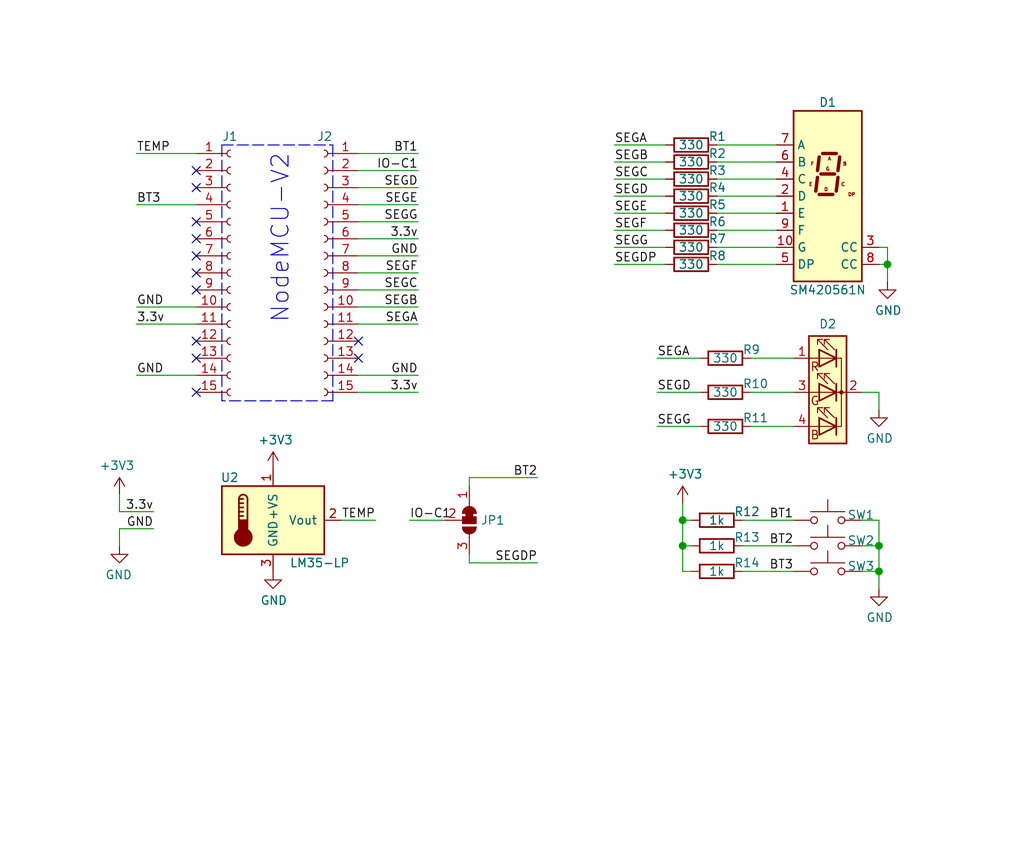
<source format=kicad_sch>
(kicad_sch (version 20210126) (generator eeschema)
  (paper "User" 152.4 127)
  (title_block (title "E707 Basic NodeMCU Shield") (date "2021-03-17") (rev "1.1T") (company "Electro707") (comment 1 "Jamal Bouajjaj"))
  (lib_symbols
    (symbol "Connector:Conn_01x15_Female" (pin_names (offset 1.016) hide)
      (property "Reference" "J" (at 0 20.32 0))
      (property "Value" "Conn_01x15_Female" (at 0 -20.32 0))
      (symbol "Conn_01x15_Female_1_1"
        (arc (start 0 -17.272) (end 0 -18.288) (radius (at 0 -17.78) (length 0.508) (angles 90.1 -90.1)) (stroke (width 0.1524)))
        (arc (start 0 -14.732) (end 0 -15.748) (radius (at 0 -15.24) (length 0.508) (angles 90.1 -90.1)) (stroke (width 0.1524)))
        (arc (start 0 -12.192) (end 0 -13.208) (radius (at 0 -12.7) (length 0.508) (angles 90.1 -90.1)) (stroke (width 0.1524)))
        (arc (start 0 -9.652) (end 0 -10.668) (radius (at 0 -10.16) (length 0.508) (angles 90.1 -90.1)) (stroke (width 0.1524)))
        (arc (start 0 -7.112) (end 0 -8.128) (radius (at 0 -7.62) (length 0.508) (angles 90.1 -90.1)) (stroke (width 0.1524)))
        (arc (start 0 -4.572) (end 0 -5.588) (radius (at 0 -5.08) (length 0.508) (angles 90.1 -90.1)) (stroke (width 0.1524)))
        (arc (start 0 -2.032) (end 0 -3.048) (radius (at 0 -2.54) (length 0.508) (angles 90.1 -90.1)) (stroke (width 0.1524)))
        (arc (start 0 0.508) (end 0 -0.508) (radius (at 0 0) (length 0.508) (angles 90.1 -90.1)) (stroke (width 0.1524)))
        (arc (start 0 3.048) (end 0 2.032) (radius (at 0 2.54) (length 0.508) (angles 90.1 -90.1)) (stroke (width 0.1524)))
        (arc (start 0 5.588) (end 0 4.572) (radius (at 0 5.08) (length 0.508) (angles 90.1 -90.1)) (stroke (width 0.1524)))
        (arc (start 0 8.128) (end 0 7.112) (radius (at 0 7.62) (length 0.508) (angles 90.1 -90.1)) (stroke (width 0.1524)))
        (arc (start 0 10.668) (end 0 9.652) (radius (at 0 10.16) (length 0.508) (angles 90.1 -90.1)) (stroke (width 0.1524)))
        (arc (start 0 13.208) (end 0 12.192) (radius (at 0 12.7) (length 0.508) (angles 90.1 -90.1)) (stroke (width 0.1524)))
        (arc (start 0 15.748) (end 0 14.732) (radius (at 0 15.24) (length 0.508) (angles 90.1 -90.1)) (stroke (width 0.1524)))
        (arc (start 0 18.288) (end 0 17.272) (radius (at 0 17.78) (length 0.508) (angles 90.1 -90.1)) (stroke (width 0.1524)))
        (polyline (pts (xy -1.27 -17.78) (xy -0.508 -17.78)) (stroke (width 0.1524)))
        (polyline (pts (xy -1.27 -15.24) (xy -0.508 -15.24)) (stroke (width 0.1524)))
        (polyline (pts (xy -1.27 -12.7) (xy -0.508 -12.7)) (stroke (width 0.1524)))
        (polyline (pts (xy -1.27 -10.16) (xy -0.508 -10.16)) (stroke (width 0.1524)))
        (polyline (pts (xy -1.27 -7.62) (xy -0.508 -7.62)) (stroke (width 0.1524)))
        (polyline (pts (xy -1.27 -5.08) (xy -0.508 -5.08)) (stroke (width 0.1524)))
        (polyline (pts (xy -1.27 -2.54) (xy -0.508 -2.54)) (stroke (width 0.1524)))
        (polyline (pts (xy -1.27 0) (xy -0.508 0)) (stroke (width 0.1524)))
        (polyline (pts (xy -1.27 2.54) (xy -0.508 2.54)) (stroke (width 0.1524)))
        (polyline (pts (xy -1.27 5.08) (xy -0.508 5.08)) (stroke (width 0.1524)))
        (polyline (pts (xy -1.27 7.62) (xy -0.508 7.62)) (stroke (width 0.1524)))
        (polyline (pts (xy -1.27 10.16) (xy -0.508 10.16)) (stroke (width 0.1524)))
        (polyline (pts (xy -1.27 12.7) (xy -0.508 12.7)) (stroke (width 0.1524)))
        (polyline (pts (xy -1.27 15.24) (xy -0.508 15.24)) (stroke (width 0.1524)))
        (polyline (pts (xy -1.27 17.78) (xy -0.508 17.78)) (stroke (width 0.1524)))
        (pin passive line (at -5.08 17.78 0) (length 3.81) (name "Pin_1") (number "1"))
        (pin passive line (at -5.08 -5.08 0) (length 3.81) (name "Pin_10") (number "10"))
        (pin passive line (at -5.08 -7.62 0) (length 3.81) (name "Pin_11") (number "11"))
        (pin passive line (at -5.08 -10.16 0) (length 3.81) (name "Pin_12") (number "12"))
        (pin passive line (at -5.08 -12.7 0) (length 3.81) (name "Pin_13") (number "13"))
        (pin passive line (at -5.08 -15.24 0) (length 3.81) (name "Pin_14") (number "14"))
        (pin passive line (at -5.08 -17.78 0) (length 3.81) (name "Pin_15") (number "15"))
        (pin passive line (at -5.08 15.24 0) (length 3.81) (name "Pin_2") (number "2"))
        (pin passive line (at -5.08 12.7 0) (length 3.81) (name "Pin_3") (number "3"))
        (pin passive line (at -5.08 10.16 0) (length 3.81) (name "Pin_4") (number "4"))
        (pin passive line (at -5.08 7.62 0) (length 3.81) (name "Pin_5") (number "5"))
        (pin passive line (at -5.08 5.08 0) (length 3.81) (name "Pin_6") (number "6"))
        (pin passive line (at -5.08 2.54 0) (length 3.81) (name "Pin_7") (number "7"))
        (pin passive line (at -5.08 0 0) (length 3.81) (name "Pin_8") (number "8"))
        (pin passive line (at -5.08 -2.54 0) (length 3.81) (name "Pin_9") (number "9"))
      )
    )
    (symbol "Device:LED_RKGB" (pin_names (offset 0) hide)
      (property "Reference" "D" (at 0 9.398 0))
      (property "Value" "LED_RKGB" (at 0 -8.89 0))
      (symbol "LED_RKGB_0_0"
        (text "B" (at 1.905 -6.35 0) (effects (font (size 1.27 1.27))))
        (text "G" (at 1.905 -1.27 0) (effects (font (size 1.27 1.27))))
        (text "R" (at 1.905 3.81 0) (effects (font (size 1.27 1.27))))
      )
      (symbol "LED_RKGB_0_1"
        (circle (center -2.032 0) (radius 0.254) (fill (type outline)))
        (rectangle (start 1.27 -1.27) (end 1.27 1.27))
        (rectangle (start 1.27 1.27) (end 1.27 1.27))
        (rectangle (start 1.27 3.81) (end 1.27 6.35))
        (rectangle (start 1.27 6.35) (end 1.27 6.35))
        (rectangle (start 2.794 8.382) (end -2.794 -7.62) (stroke (width 0.254)) (fill (type background)))
        (polyline (pts (xy -1.27 -5.08) (xy 1.27 -5.08)))
        (polyline (pts (xy -1.27 -3.81) (xy -1.27 -6.35)) (stroke (width 0.254)))
        (polyline (pts (xy -1.27 0) (xy -2.54 0)))
        (polyline (pts (xy -1.27 1.27) (xy -1.27 -1.27)) (stroke (width 0.254)))
        (polyline (pts (xy -1.27 5.08) (xy 1.27 5.08)))
        (polyline (pts (xy -1.27 6.35) (xy -1.27 3.81)) (stroke (width 0.254)))
        (polyline (pts (xy 1.27 -5.08) (xy 2.54 -5.08)))
        (polyline (pts (xy 1.27 0) (xy -1.27 0)))
        (polyline (pts (xy 1.27 0) (xy 2.54 0)))
        (polyline (pts (xy 1.27 5.08) (xy 2.54 5.08)))
        (polyline (pts (xy -1.27 1.27) (xy -1.27 -1.27) (xy -1.27 -1.27)))
        (polyline (pts (xy -1.27 6.35) (xy -1.27 3.81) (xy -1.27 3.81)))
        (polyline (pts (xy -1.27 5.08) (xy -2.032 5.08) (xy -2.032 -5.08) (xy -1.016 -5.08)))
        (polyline (pts (xy 1.27 -3.81) (xy 1.27 -6.35) (xy -1.27 -5.08) (xy 1.27 -3.81)) (stroke (width 0.254)))
        (polyline (pts (xy 1.27 1.27) (xy 1.27 -1.27) (xy -1.27 0) (xy 1.27 1.27)) (stroke (width 0.254)))
        (polyline (pts (xy 1.27 6.35) (xy 1.27 3.81) (xy -1.27 5.08) (xy 1.27 6.35)) (stroke (width 0.254)))
        (polyline (pts (xy -1.016 -3.81) (xy 0.508 -2.286) (xy -0.254 -2.286) (xy 0.508 -2.286) (xy 0.508 -3.048)))
        (polyline (pts (xy -1.016 1.27) (xy 0.508 2.794) (xy -0.254 2.794) (xy 0.508 2.794) (xy 0.508 2.032)))
        (polyline (pts (xy -1.016 6.35) (xy 0.508 7.874) (xy -0.254 7.874) (xy 0.508 7.874) (xy 0.508 7.112)))
        (polyline (pts (xy 0 -3.81) (xy 1.524 -2.286) (xy 0.762 -2.286) (xy 1.524 -2.286) (xy 1.524 -3.048)))
        (polyline (pts (xy 0 1.27) (xy 1.524 2.794) (xy 0.762 2.794) (xy 1.524 2.794) (xy 1.524 2.032)))
        (polyline (pts (xy 0 6.35) (xy 1.524 7.874) (xy 0.762 7.874) (xy 1.524 7.874) (xy 1.524 7.112)))
      )
      (symbol "LED_RKGB_1_1"
        (pin passive line (at 5.08 5.08 180) (length 2.54) (name "RA") (number "1"))
        (pin passive line (at -5.08 0 0) (length 2.54) (name "K") (number "2"))
        (pin passive line (at 5.08 0 180) (length 2.54) (name "GA") (number "3"))
        (pin passive line (at 5.08 -5.08 180) (length 2.54) (name "BA") (number "4"))
      )
    )
    (symbol "Device:R" (pin_numbers hide) (pin_names (offset 0))
      (property "Reference" "R" (at 2.032 0 90))
      (property "Value" "R" (at 0 0 90))
      (symbol "R_0_1"
        (rectangle (start -1.016 -2.54) (end 1.016 2.54) (stroke (width 0.254)))
      )
      (symbol "R_1_1"
        (pin passive line (at 0 3.81 270) (length 1.27) (name "~") (number "1"))
        (pin passive line (at 0 -3.81 90) (length 1.27) (name "~") (number "2"))
      )
    )
    (symbol "Display_Character:SM420561N"
      (property "Reference" "U" (at -2.54 13.97 0))
      (property "Value" "SM420561N" (at 1.27 13.97 0))
      (symbol "SM420561N_0_0"
        (text "A" (at 0.254 5.588 0) (effects (font (size 0.508 0.508))))
        (text "B" (at 2.54 4.826 0) (effects (font (size 0.508 0.508))))
        (text "C" (at 2.286 1.778 0) (effects (font (size 0.508 0.508))))
        (text "D" (at -0.254 1.016 0) (effects (font (size 0.508 0.508))))
        (text "DP" (at 3.556 0.254 0) (effects (font (size 0.508 0.508))))
        (text "E" (at -2.54 1.778 0) (effects (font (size 0.508 0.508))))
        (text "F" (at -2.286 4.826 0) (effects (font (size 0.508 0.508))))
        (text "G" (at 0 4.064 0) (effects (font (size 0.508 0.508))))
      )
      (symbol "SM420561N_0_1"
        (rectangle (start -5.08 12.7) (end 5.08 -12.7) (stroke (width 0.254)) (fill (type background)))
        (polyline (pts (xy -1.524 2.794) (xy -1.778 0.762)) (stroke (width 0.508)))
        (polyline (pts (xy -1.27 0.254) (xy 0.762 0.254)) (stroke (width 0.508)))
        (polyline (pts (xy -1.27 5.842) (xy -1.524 3.81)) (stroke (width 0.508)))
        (polyline (pts (xy -1.016 3.302) (xy 1.016 3.302)) (stroke (width 0.508)))
        (polyline (pts (xy -0.762 6.35) (xy 1.27 6.35)) (stroke (width 0.508)))
        (polyline (pts (xy 1.524 2.794) (xy 1.27 0.762)) (stroke (width 0.508)))
        (polyline (pts (xy 1.778 5.842) (xy 1.524 3.81)) (stroke (width 0.508)))
        (polyline (pts (xy 2.54 0.254) (xy 2.54 0.254)) (stroke (width 0.508)))
      )
      (symbol "SM420561N_1_1"
        (pin input line (at -7.62 -2.54 0) (length 2.54) (name "E") (number "1"))
        (pin input line (at -7.62 -7.62 0) (length 2.54) (name "G") (number "10"))
        (pin input line (at -7.62 0 0) (length 2.54) (name "D") (number "2"))
        (pin input line (at 7.62 -7.62 180) (length 2.54) (name "CC") (number "3"))
        (pin input line (at -7.62 2.54 0) (length 2.54) (name "C") (number "4"))
        (pin input line (at -7.62 -10.16 0) (length 2.54) (name "DP") (number "5"))
        (pin input line (at -7.62 5.08 0) (length 2.54) (name "B") (number "6"))
        (pin input line (at -7.62 7.62 0) (length 2.54) (name "A") (number "7"))
        (pin input line (at 7.62 -10.16 180) (length 2.54) (name "CC") (number "8"))
        (pin input line (at -7.62 -5.08 0) (length 2.54) (name "F") (number "9"))
      )
    )
    (symbol "Jumper:SolderJumper_3_Bridged12" (pin_names (offset 0) hide)
      (property "Reference" "JP" (at -2.54 -2.54 0))
      (property "Value" "SolderJumper_3_Bridged12" (at 0 2.794 0))
      (symbol "SolderJumper_3_Bridged12_0_1"
        (arc (start -1.016 1.016) (end -1.016 -1.016) (radius (at -1.016 0) (length 1.016) (angles 90.1 -90.1)))
        (arc (start 1.016 -1.016) (end 1.016 1.016) (radius (at 1.016 0) (length 1.016) (angles -89.9 89.9)))
        (arc (start -1.016 1.016) (end -1.016 -1.016) (radius (at -1.016 0) (length 1.016) (angles 90.1 -90.1)) (fill (type outline)))
        (arc (start 1.016 -1.016) (end 1.016 1.016) (radius (at 1.016 0) (length 1.016) (angles -89.9 89.9)) (fill (type outline)))
        (rectangle (start -1.016 0.508) (end -0.508 -0.508) (fill (type outline)))
        (rectangle (start -0.508 1.016) (end 0.508 -1.016) (fill (type outline)))
        (polyline (pts (xy -2.54 0) (xy -2.032 0)))
        (polyline (pts (xy -1.016 1.016) (xy -1.016 -1.016)))
        (polyline (pts (xy 0 -1.27) (xy 0 -1.016)))
        (polyline (pts (xy 1.016 1.016) (xy 1.016 -1.016)))
        (polyline (pts (xy 2.54 0) (xy 2.032 0)))
      )
      (symbol "SolderJumper_3_Bridged12_1_1"
        (pin passive line (at -5.08 0 0) (length 2.54) (name "A") (number "1"))
        (pin input line (at 0 -3.81 90) (length 2.54) (name "C") (number "2"))
        (pin passive line (at 5.08 0 180) (length 2.54) (name "B") (number "3"))
      )
    )
    (symbol "Sensor_Temperature:LM35-LP" (pin_names (offset 1.016))
      (property "Reference" "U" (at -6.35 6.35 0))
      (property "Value" "LM35-LP" (at 1.27 6.35 0))
      (symbol "LM35-LP_0_1"
        (arc (start -3.81 3.175) (end -5.08 3.175) (radius (at -4.445 3.175) (length 0.635) (angles 0.1 179.9)) (stroke (width 0.254)))
        (circle (center -4.445 -2.54) (radius 1.27) (stroke (width 0.254)) (fill (type outline)))
        (rectangle (start -3.81 -1.905) (end -5.08 0) (stroke (width 0.254)) (fill (type outline)))
        (rectangle (start -7.62 5.08) (end 7.62 -5.08) (stroke (width 0.254)) (fill (type background)))
        (polyline (pts (xy -5.08 0.635) (xy -4.445 0.635)) (stroke (width 0.254)))
        (polyline (pts (xy -5.08 1.27) (xy -4.445 1.27)) (stroke (width 0.254)))
        (polyline (pts (xy -5.08 1.905) (xy -4.445 1.905)) (stroke (width 0.254)))
        (polyline (pts (xy -5.08 2.54) (xy -4.445 2.54)) (stroke (width 0.254)))
        (polyline (pts (xy -5.08 3.175) (xy -5.08 0)) (stroke (width 0.254)))
        (polyline (pts (xy -5.08 3.175) (xy -4.445 3.175)) (stroke (width 0.254)))
        (polyline (pts (xy -3.81 3.175) (xy -3.81 0)) (stroke (width 0.254)))
      )
      (symbol "LM35-LP_1_1"
        (pin power_in line (at 0 7.62 270) (length 2.54) (name "+VS") (number "1"))
        (pin output line (at 10.16 0 180) (length 2.54) (name "Vout") (number "2"))
        (pin power_in line (at 0 -7.62 90) (length 2.54) (name "GND") (number "3"))
      )
    )
    (symbol "Switch:SW_Push" (pin_numbers hide) (pin_names (offset 1.016) hide)
      (property "Reference" "SW" (at 1.27 2.54 0))
      (property "Value" "SW_Push" (at 0 -1.524 0))
      (symbol "SW_Push_0_1"
        (circle (center -2.032 0) (radius 0.508))
        (circle (center 2.032 0) (radius 0.508))
        (polyline (pts (xy 0 1.27) (xy 0 3.048)))
        (polyline (pts (xy 2.54 1.27) (xy -2.54 1.27)))
        (pin passive line (at -5.08 0 0) (length 2.54) (name "1") (number "1"))
        (pin passive line (at 5.08 0 180) (length 2.54) (name "2") (number "2"))
      )
    )
    (symbol "power:+3.3V" (power) (pin_names (offset 0))
      (property "Value" "+3.3V" (at 0 3.556 0))
      (symbol "+3.3V_0_1"
        (polyline (pts (xy -0.762 1.27) (xy 0 2.54)))
        (polyline (pts (xy 0 0) (xy 0 2.54)))
        (polyline (pts (xy 0 2.54) (xy 0.762 1.27)))
      )
      (symbol "+3.3V_1_1"
        (pin power_in line (at 0 0 90) (length 0) hide (name "+3V3") (number "1"))
      )
    )
    (symbol "power:GND" (power) (pin_names (offset 0))
      (property "Value" "GND" (at 0 -3.81 0))
      (symbol "GND_0_1"
        (polyline (pts (xy 0 0) (xy 0 -1.27) (xy 1.27 -1.27) (xy 0 -2.54) (xy -1.27 -1.27) (xy 0 -1.27)))
      )
      (symbol "GND_1_1"
        (pin power_in line (at 0 0 270) (length 0) hide (name "GND") (number "1"))
      )
    )
  )
  (junction (at 101.6 77.47) (diameter 1.016))
  (junction (at 101.6 81.28) (diameter 1.016))
  (junction (at 130.81 81.28) (diameter 1.016))
  (junction (at 130.81 85.09) (diameter 1.016))
  (junction (at 132.08 39.37) (diameter 1.016))
  (no_connect (at 29.21 25.4))
  (no_connect (at 29.21 27.94))
  (no_connect (at 29.21 33.02))
  (no_connect (at 29.21 35.56))
  (no_connect (at 29.21 38.1))
  (no_connect (at 29.21 40.64))
  (no_connect (at 29.21 43.18))
  (no_connect (at 29.21 50.8))
  (no_connect (at 29.21 53.34))
  (no_connect (at 29.21 58.42))
  (no_connect (at 53.34 50.8))
  (no_connect (at 53.34 53.34))
  (wire (pts (xy 17.78 76.2) (xy 17.78 73.66)))
  (wire (pts (xy 17.78 78.74) (xy 17.78 81.28)))
  (wire (pts (xy 20.32 22.86) (xy 29.21 22.86)))
  (wire (pts (xy 20.32 30.48) (xy 29.21 30.48)))
  (wire (pts (xy 20.32 45.72) (xy 29.21 45.72)))
  (wire (pts (xy 20.32 48.26) (xy 29.21 48.26)))
  (wire (pts (xy 20.32 55.88) (xy 29.21 55.88)))
  (wire (pts (xy 22.86 76.2) (xy 17.78 76.2)))
  (wire (pts (xy 22.86 78.74) (xy 17.78 78.74)))
  (wire (pts (xy 50.8 77.47) (xy 55.88 77.47)))
  (wire (pts (xy 60.96 77.47) (xy 66.04 77.47)))
  (wire (pts (xy 62.23 22.86) (xy 53.34 22.86)))
  (wire (pts (xy 62.23 25.4) (xy 53.34 25.4)))
  (wire (pts (xy 62.23 27.94) (xy 53.34 27.94)))
  (wire (pts (xy 62.23 30.48) (xy 53.34 30.48)))
  (wire (pts (xy 62.23 33.02) (xy 53.34 33.02)))
  (wire (pts (xy 62.23 35.56) (xy 53.34 35.56)))
  (wire (pts (xy 62.23 38.1) (xy 53.34 38.1)))
  (wire (pts (xy 62.23 40.64) (xy 53.34 40.64)))
  (wire (pts (xy 62.23 43.18) (xy 53.34 43.18)))
  (wire (pts (xy 62.23 45.72) (xy 53.34 45.72)))
  (wire (pts (xy 62.23 48.26) (xy 53.34 48.26)))
  (wire (pts (xy 62.23 55.88) (xy 53.34 55.88)))
  (wire (pts (xy 62.23 58.42) (xy 53.34 58.42)))
  (wire (pts (xy 69.85 71.12) (xy 69.85 72.39)))
  (wire (pts (xy 69.85 83.82) (xy 69.85 82.55)))
  (wire (pts (xy 69.85 83.82) (xy 80.01 83.82)))
  (wire (pts (xy 80.01 71.12) (xy 69.85 71.12)))
  (wire (pts (xy 91.44 21.59) (xy 99.06 21.59)))
  (wire (pts (xy 91.44 24.13) (xy 99.06 24.13)))
  (wire (pts (xy 91.44 26.67) (xy 99.06 26.67)))
  (wire (pts (xy 91.44 29.21) (xy 99.06 29.21)))
  (wire (pts (xy 91.44 31.75) (xy 99.06 31.75)))
  (wire (pts (xy 91.44 34.29) (xy 99.06 34.29)))
  (wire (pts (xy 91.44 36.83) (xy 99.06 36.83)))
  (wire (pts (xy 91.44 39.37) (xy 99.06 39.37)))
  (wire (pts (xy 97.79 53.34) (xy 104.14 53.34)))
  (wire (pts (xy 97.79 58.42) (xy 104.14 58.42)))
  (wire (pts (xy 97.79 63.5) (xy 104.14 63.5)))
  (wire (pts (xy 101.6 74.93) (xy 101.6 77.47)))
  (wire (pts (xy 101.6 77.47) (xy 101.6 81.28)))
  (wire (pts (xy 101.6 77.47) (xy 102.87 77.47)))
  (wire (pts (xy 101.6 81.28) (xy 101.6 85.09)))
  (wire (pts (xy 101.6 81.28) (xy 102.87 81.28)))
  (wire (pts (xy 101.6 85.09) (xy 102.87 85.09)))
  (wire (pts (xy 106.68 21.59) (xy 115.57 21.59)))
  (wire (pts (xy 106.68 24.13) (xy 115.57 24.13)))
  (wire (pts (xy 106.68 26.67) (xy 115.57 26.67)))
  (wire (pts (xy 106.68 29.21) (xy 115.57 29.21)))
  (wire (pts (xy 106.68 31.75) (xy 115.57 31.75)))
  (wire (pts (xy 106.68 34.29) (xy 115.57 34.29)))
  (wire (pts (xy 106.68 36.83) (xy 115.57 36.83)))
  (wire (pts (xy 106.68 39.37) (xy 115.57 39.37)))
  (wire (pts (xy 110.49 81.28) (xy 118.11 81.28)))
  (wire (pts (xy 110.49 85.09) (xy 118.11 85.09)))
  (wire (pts (xy 111.76 53.34) (xy 118.11 53.34)))
  (wire (pts (xy 111.76 58.42) (xy 118.11 58.42)))
  (wire (pts (xy 111.76 63.5) (xy 118.11 63.5)))
  (wire (pts (xy 118.11 77.47) (xy 110.49 77.47)))
  (wire (pts (xy 128.27 77.47) (xy 130.81 77.47)))
  (wire (pts (xy 128.27 81.28) (xy 130.81 81.28)))
  (wire (pts (xy 128.27 85.09) (xy 130.81 85.09)))
  (wire (pts (xy 130.81 36.83) (xy 132.08 36.83)))
  (wire (pts (xy 130.81 58.42) (xy 128.27 58.42)))
  (wire (pts (xy 130.81 60.96) (xy 130.81 58.42)))
  (wire (pts (xy 130.81 77.47) (xy 130.81 81.28)))
  (wire (pts (xy 130.81 81.28) (xy 130.81 85.09)))
  (wire (pts (xy 130.81 85.09) (xy 130.81 87.63)))
  (wire (pts (xy 132.08 36.83) (xy 132.08 39.37)))
  (wire (pts (xy 132.08 39.37) (xy 130.81 39.37)))
  (wire (pts (xy 132.08 39.37) (xy 132.08 41.91)))
  (polyline (pts (xy 33.02 21.59) (xy 33.02 59.69)) (stroke (width 0) (type dash)))
  (polyline (pts (xy 33.02 21.59) (xy 49.53 21.59)) (stroke (width 0) (type dash)))
  (polyline (pts (xy 49.53 21.59) (xy 49.53 59.69)) (stroke (width 0) (type dash)))
  (polyline (pts (xy 49.53 59.69) (xy 33.02 59.69)) (stroke (width 0) (type dash)))
  (text "NodeMCU-V2" (at 43.18 22.86 270) (effects (font (size 2.54 2.54)) (justify right bottom)))
  (label "TEMP" (at 20.32 22.86 0))
  (label "BT3" (at 20.32 30.48 0))
  (label "GND" (at 20.32 45.72 0))
  (label "3.3v" (at 20.32 48.26 0))
  (label "GND" (at 20.32 55.88 0))
  (label "3.3v" (at 22.86 76.2 180))
  (label "GND" (at 22.86 78.74 180))
  (label "TEMP" (at 55.88 77.47 180))
  (label "IO-C1" (at 60.96 77.47 0))
  (label "BT1" (at 62.23 22.86 180))
  (label "IO-C1" (at 62.23 25.4 180))
  (label "SEGD" (at 62.23 27.94 180))
  (label "SEGE" (at 62.23 30.48 180))
  (label "SEGG" (at 62.23 33.02 180))
  (label "3.3v" (at 62.23 35.56 180))
  (label "GND" (at 62.23 38.1 180))
  (label "SEGF" (at 62.23 40.64 180))
  (label "SEGC" (at 62.23 43.18 180))
  (label "SEGB" (at 62.23 45.72 180))
  (label "SEGA" (at 62.23 48.26 180))
  (label "GND" (at 62.23 55.88 180))
  (label "3.3v" (at 62.23 58.42 180))
  (label "BT2" (at 80.01 71.12 180))
  (label "SEGDP" (at 80.01 83.82 180))
  (label "SEGA" (at 91.44 21.59 0))
  (label "SEGB" (at 91.44 24.13 0))
  (label "SEGC" (at 91.44 26.67 0))
  (label "SEGD" (at 91.44 29.21 0))
  (label "SEGE" (at 91.44 31.75 0))
  (label "SEGF" (at 91.44 34.29 0))
  (label "SEGG" (at 91.44 36.83 0))
  (label "SEGDP" (at 91.44 39.37 0))
  (label "SEGA" (at 97.79 53.34 0))
  (label "SEGD" (at 97.79 58.42 0))
  (label "SEGG" (at 97.79 63.5 0))
  (label "BT1" (at 118.11 77.47 180))
  (label "BT2" (at 118.11 81.28 180))
  (label "BT3" (at 118.11 85.09 180))
  (symbol (lib_id "power:+3.3V") (at 17.78 73.66 0) (mirror y) (unit 1)
    (property "Reference" "#PWR04" (effects hide))
    (property "Value" "+3.3V" (at 17.4117 69.3356 0))
  )
  (symbol (lib_id "power:+3.3V") (at 40.64 69.85 0) (unit 1)
    (property "Reference" "#PWR03" (effects hide))
    (property "Value" "+3.3V" (at 41.0083 65.5256 0))
  )
  (symbol (lib_id "power:+3.3V") (at 101.6 74.93 0) (unit 1)
    (property "Reference" "#PWR05" (effects hide))
    (property "Value" "+3.3V" (at 101.9683 70.6056 0))
  )
  (symbol (lib_id "power:GND") (at 17.78 81.28 0) (mirror y) (unit 1)
    (property "Reference" "#PWR06" (effects hide))
    (property "Value" "GND" (at 17.6657 85.6044 0))
  )
  (symbol (lib_id "power:GND") (at 40.64 85.09 0) (unit 1)
    (property "Reference" "#PWR07" (effects hide))
    (property "Value" "GND" (at 40.7543 89.4144 0))
  )
  (symbol (lib_id "power:GND") (at 130.81 60.96 0) (unit 1)
    (property "Reference" "#PWR02" (effects hide))
    (property "Value" "GND" (at 130.9243 65.2844 0))
  )
  (symbol (lib_id "power:GND") (at 130.81 87.63 0) (unit 1)
    (property "Reference" "#PWR08" (effects hide))
    (property "Value" "GND" (at 130.9243 91.9544 0))
  )
  (symbol (lib_id "power:GND") (at 132.08 41.91 0) (unit 1)
    (property "Reference" "#PWR01" (effects hide))
    (property "Value" "GND" (at 132.1943 46.2344 0))
  )
  (symbol (lib_id "Device:R") (at 102.87 21.59 90) (unit 1)
    (property "Reference" "R1" (at 105.41 20.32 90) (effects (justify right)))
    (property "Value" "330" (at 102.87 21.59 90))
    (property "Footprint" "Resistor_THT:R_Axial_DIN0207_L6.3mm_D2.5mm_P7.62mm_Horizontal" (effects hide))
  )
  (symbol (lib_id "Device:R") (at 102.87 24.13 90) (unit 1)
    (property "Reference" "R2" (at 105.41 22.86 90) (effects (justify right)))
    (property "Value" "330" (at 102.87 24.13 90))
    (property "Footprint" "Resistor_THT:R_Axial_DIN0207_L6.3mm_D2.5mm_P7.62mm_Horizontal" (effects hide))
  )
  (symbol (lib_id "Device:R") (at 102.87 26.67 90) (unit 1)
    (property "Reference" "R3" (at 105.41 25.4 90) (effects (justify right)))
    (property "Value" "330" (at 102.87 26.67 90))
    (property "Footprint" "Resistor_THT:R_Axial_DIN0207_L6.3mm_D2.5mm_P7.62mm_Horizontal" (effects hide))
  )
  (symbol (lib_id "Device:R") (at 102.87 29.21 90) (unit 1)
    (property "Reference" "R4" (at 105.41 27.94 90) (effects (justify right)))
    (property "Value" "330" (at 102.87 29.21 90))
    (property "Footprint" "Resistor_THT:R_Axial_DIN0207_L6.3mm_D2.5mm_P7.62mm_Horizontal" (effects hide))
  )
  (symbol (lib_id "Device:R") (at 102.87 31.75 90) (unit 1)
    (property "Reference" "R5" (at 105.41 30.48 90) (effects (justify right)))
    (property "Value" "330" (at 102.87 31.75 90))
    (property "Footprint" "Resistor_THT:R_Axial_DIN0207_L6.3mm_D2.5mm_P7.62mm_Horizontal" (effects hide))
  )
  (symbol (lib_id "Device:R") (at 102.87 34.29 90) (unit 1)
    (property "Reference" "R6" (at 105.41 33.02 90) (effects (justify right)))
    (property "Value" "330" (at 102.87 34.29 90))
    (property "Footprint" "Resistor_THT:R_Axial_DIN0207_L6.3mm_D2.5mm_P7.62mm_Horizontal" (effects hide))
  )
  (symbol (lib_id "Device:R") (at 102.87 36.83 90) (unit 1)
    (property "Reference" "R7" (at 105.41 35.56 90) (effects (justify right)))
    (property "Value" "330" (at 102.87 36.83 90))
    (property "Footprint" "Resistor_THT:R_Axial_DIN0207_L6.3mm_D2.5mm_P7.62mm_Horizontal" (effects hide))
  )
  (symbol (lib_id "Device:R") (at 102.87 39.37 90) (unit 1)
    (property "Reference" "R8" (at 105.41 38.1 90) (effects (justify right)))
    (property "Value" "330" (at 102.87 39.37 90))
    (property "Footprint" "Resistor_THT:R_Axial_DIN0207_L6.3mm_D2.5mm_P7.62mm_Horizontal" (effects hide))
  )
  (symbol (lib_id "Device:R") (at 106.68 77.47 90) (unit 1)
    (property "Reference" "R12" (at 109.22 76.2 90) (effects (justify right)))
    (property "Value" "1k" (at 106.68 77.47 90))
    (property "Footprint" "Resistor_THT:R_Axial_DIN0207_L6.3mm_D2.5mm_P10.16mm_Horizontal" (effects hide))
  )
  (symbol (lib_id "Device:R") (at 106.68 81.28 90) (unit 1)
    (property "Reference" "R13" (at 109.22 80.01 90) (effects (justify right)))
    (property "Value" "1k" (at 106.68 81.28 90))
    (property "Footprint" "Resistor_THT:R_Axial_DIN0207_L6.3mm_D2.5mm_P10.16mm_Horizontal" (effects hide))
  )
  (symbol (lib_id "Device:R") (at 106.68 85.09 90) (unit 1)
    (property "Reference" "R14" (at 109.22 83.82 90) (effects (justify right)))
    (property "Value" "1k" (at 106.68 85.09 90))
    (property "Footprint" "Resistor_THT:R_Axial_DIN0207_L6.3mm_D2.5mm_P10.16mm_Horizontal" (effects hide))
  )
  (symbol (lib_id "Device:R") (at 107.95 53.34 90) (unit 1)
    (property "Reference" "R9" (at 110.49 52.07 90) (effects (justify right)))
    (property "Value" "330" (at 107.95 53.34 90))
    (property "Footprint" "Resistor_THT:R_Axial_DIN0207_L6.3mm_D2.5mm_P10.16mm_Horizontal" (effects hide))
  )
  (symbol (lib_id "Device:R") (at 107.95 58.42 90) (unit 1)
    (property "Reference" "R10" (at 110.49 57.15 90) (effects (justify right)))
    (property "Value" "330" (at 107.95 58.42 90))
    (property "Footprint" "Resistor_THT:R_Axial_DIN0207_L6.3mm_D2.5mm_P10.16mm_Horizontal" (effects hide))
  )
  (symbol (lib_id "Device:R") (at 107.95 63.5 90) (unit 1)
    (property "Reference" "R11" (at 110.49 62.23 90) (effects (justify right)))
    (property "Value" "330" (at 107.95 63.5 90))
    (property "Footprint" "Resistor_THT:R_Axial_DIN0207_L6.3mm_D2.5mm_P10.16mm_Horizontal" (effects hide))
  )
  (symbol (lib_id "Switch:SW_Push") (at 123.19 77.47 0) (unit 1)
    (property "Reference" "SW1" (at 130.175 76.6826 0) (effects (justify right)))
    (property "Value" "SW_Push" (effects hide))
    (property "Footprint" "Button_Switch_THT:SW_PUSH_6mm" (effects hide))
  )
  (symbol (lib_id "Switch:SW_Push") (at 123.19 81.28 0) (unit 1)
    (property "Reference" "SW2" (at 130.175 80.4926 0) (effects (justify right)))
    (property "Value" "SW_Push" (effects hide))
    (property "Footprint" "Button_Switch_THT:SW_PUSH_6mm" (effects hide))
  )
  (symbol (lib_id "Switch:SW_Push") (at 123.19 85.09 0) (unit 1)
    (property "Reference" "SW3" (at 130.175 84.3026 0) (effects (justify right)))
    (property "Value" "SW_Push" (effects hide))
    (property "Footprint" "Button_Switch_THT:SW_PUSH_6mm" (effects hide))
  )
  (symbol (lib_id "Jumper:SolderJumper_3_Bridged12") (at 69.85 77.47 270) (unit 1)
    (property "Reference" "JP1" (at 71.5011 77.47 90) (effects (justify left)))
    (property "Value" "SolderJumper_3_Bridged12" (effects hide))
    (property "Footprint" "Jumper:SolderJumper-3_P1.3mm_Bridged12_Pad1.0x1.5mm" (effects hide))
  )
  (symbol (lib_id "Device:LED_RKGB") (at 123.19 58.42 0) (mirror y) (unit 1)
    (property "Reference" "D2" (at 123.19 48.26 0))
    (property "Value" "LED_RKGB" (effects hide))
    (property "Footprint" "LED_THT:LED_D5.0mm-4_RGB_Staggered_Pins" (effects hide))
  )
  (symbol (lib_id "Connector:Conn_01x15_Female") (at 34.29 40.64 0) (unit 1)
    (property "Reference" "J1" (at 33.02 20.32 0) (effects (justify left)))
    (property "Value" "Conn_01x15_Female" (effects hide))
    (property "Footprint" "Connector_PinSocket_2.54mm:PinSocket_1x15_P2.54mm_Vertical" (effects hide))
  )
  (symbol (lib_id "Connector:Conn_01x15_Female") (at 48.26 40.64 0) (mirror y) (unit 1)
    (property "Reference" "J2" (at 49.53 20.32 0) (effects (justify left)))
    (property "Value" "Conn_01x15_Female" (effects hide))
    (property "Footprint" "Connector_PinSocket_2.54mm:PinSocket_1x15_P2.54mm_Vertical" (effects hide))
  )
  (symbol (lib_id "Sensor_Temperature:LM35-LP") (at 40.64 77.47 0) (unit 1)
    (property "Reference" "U2" (at 35.56 71.12 0) (effects (justify right)))
    (property "Value" "LM35-LP" (at 52.07 83.82 0) (effects (justify right)))
    (property "Footprint" "Package_TO_SOT_THT:TO-92L_Wide" (effects hide))
    (property "Datasheet" "http://www.ti.com/lit/ds/symlink/lm35.pdf" (effects hide))
  )
  (symbol (lib_id "Display_Character:SM420561N") (at 123.19 29.21 0) (unit 1)
    (property "Reference" "D1" (at 123.19 15.24 0))
    (property "Value" "SM420561N" (at 123.19 43.18 0))
    (property "Footprint" "Display_7Segment:7SegmentLED_LTS6760_LTS6780" (effects hide))
    (property "Datasheet" "https://datasheet.lcsc.com/szlcsc/Wuxi-ARK-Tech-Elec-SM420561N_C141367.pdf" (effects hide))
  )
)
</source>
